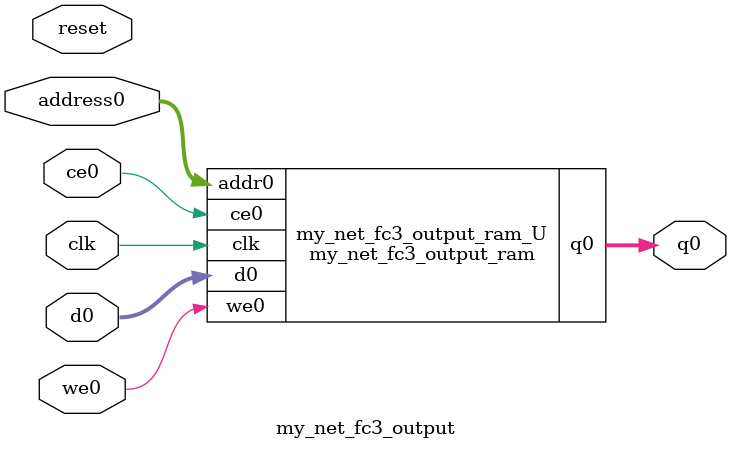
<source format=v>
`timescale 1 ns / 1 ps
module my_net_fc3_output_ram (addr0, ce0, d0, we0, q0,  clk);

parameter DWIDTH = 16;
parameter AWIDTH = 4;
parameter MEM_SIZE = 10;

input[AWIDTH-1:0] addr0;
input ce0;
input[DWIDTH-1:0] d0;
input we0;
output reg[DWIDTH-1:0] q0;
input clk;

(* ram_style = "distributed" *)reg [DWIDTH-1:0] ram[0:MEM_SIZE-1];




always @(posedge clk)  
begin 
    if (ce0) 
    begin
        if (we0) 
        begin 
            ram[addr0] <= d0; 
        end 
        q0 <= ram[addr0];
    end
end


endmodule

`timescale 1 ns / 1 ps
module my_net_fc3_output(
    reset,
    clk,
    address0,
    ce0,
    we0,
    d0,
    q0);

parameter DataWidth = 32'd16;
parameter AddressRange = 32'd10;
parameter AddressWidth = 32'd4;
input reset;
input clk;
input[AddressWidth - 1:0] address0;
input ce0;
input we0;
input[DataWidth - 1:0] d0;
output[DataWidth - 1:0] q0;



my_net_fc3_output_ram my_net_fc3_output_ram_U(
    .clk( clk ),
    .addr0( address0 ),
    .ce0( ce0 ),
    .we0( we0 ),
    .d0( d0 ),
    .q0( q0 ));

endmodule


</source>
